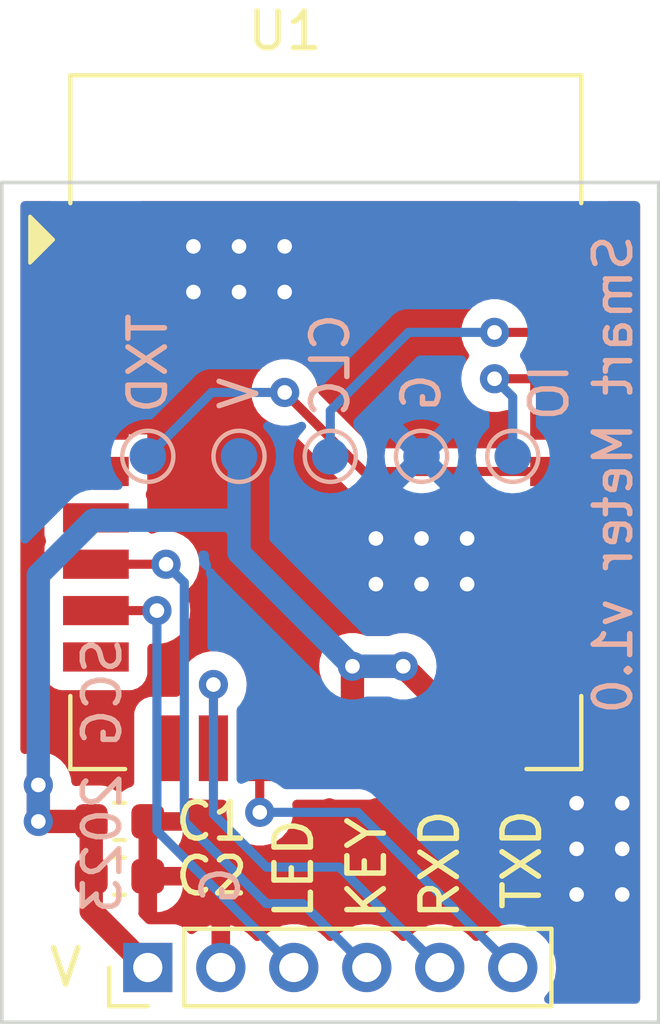
<source format=kicad_pcb>
(kicad_pcb (version 20211014) (generator pcbnew)
  (layers (0 "F.Cu" signal) (31 "B.Cu" signal) (34 "B.Paste" user) (35 "F.Paste" user) (36 "B.SilkS" user "B.Silkscreen") (37 "F.SilkS" user "F.Silkscreen") (38 "B.Mask" user) (39 "F.Mask" user) (44 "Edge.Cuts" user))
  (net 0 "")
  (net 1 "+3.3V")
  (net 2 "GNDD")
  (net 3 "SWDIO")
  (net 4 "SWDCLC")
  (net 5 "TXD")
  (net 23 "LED")
  (net 24 "KEY")
  (net 25 "RXD")
  (net 26 "DBG_TXD")
  (footprint "Capacitor_SMD:C_0603_1608Metric" (layer "F.Cu") (at 148.225 99.5)
    (fp_text reference "C1" (at 2.525 0) (layer "F.SilkS"))
    (fp_text value "0.1")
    (fp_line (start -0.14058 -0.51) (end 0.14058 -0.51) (layer "F.SilkS") (width 0.12))
    (fp_line (start -0.14058 0.51) (end 0.14058 0.51) (layer "F.SilkS") (width 0.12))
    (pad "1" smd roundrect (at -0.775 0) (size 0.9 0.95) (layers "F.Cu" "F.Paste" "F.Mask") (net 1 "+3.3V"))
    (pad "2" smd roundrect (at 0.775 0) (size 0.9 0.95) (layers "F.Cu" "F.Paste" "F.Mask") (net 2 "GNDD"))
  )
  (footprint "Capacitor_SMD:C_0603_1608Metric" (layer "F.Cu") (at 148.225 101)
    (fp_text reference "C2" (at 2.525 0) (layer "F.SilkS"))
    (fp_text value "10")
    (fp_line (start -0.14058 0.51) (end 0.14058 0.51) (layer "F.SilkS") (width 0.12))
    (fp_line (start -0.14058 -0.51) (end 0.14058 -0.51) (layer "F.SilkS") (width 0.12))
    (pad "1" smd roundrect (at -0.775 0) (size 0.9 0.95) (layers "F.Cu" "F.Paste" "F.Mask") (net 1 "+3.3V"))
    (pad "2" smd roundrect (at 0.775 0) (size 0.9 0.95) (layers "F.Cu" "F.Paste" "F.Mask") (net 2 "GNDD"))
  )
  (footprint "nrf5:E73-2G4M08S1C_light" (layer "F.Cu") (at 147.577499 83.565001)
    (fp_text reference "U1" (at 5.180001 -5.715 180) (layer "F.SilkS"))
    (fp_text value "E73-2G4M08S1C_light")
    (fp_line (start -0.699999 14.5) (end -0.699999 12.5) (layer "F.SilkS") (width 0.12))
    (fp_line (start 0.800001 14.5) (end -0.699999 14.5) (layer "F.SilkS") (width 0.12))
    (fp_line (start 13.300001 -1) (end 13.300001 -4.5) (layer "F.SilkS") (width 0.12))
    (fp_line (start 13.300001 14.5) (end 11.800001 14.5) (layer "F.SilkS") (width 0.12))
    (fp_line (start 13.300001 12.5) (end 13.300001 14.5) (layer "F.SilkS") (width 0.12))
    (fp_line (start -0.699999 -4.5) (end -0.699999 -1) (layer "F.SilkS") (width 0.12))
    (fp_line (start 13.300001 -4.5) (end -0.699999 -4.5) (layer "F.SilkS") (width 0.12))
    (fp_poly (pts (xy -1.169999 0) (xy -1.804999 0.635) (xy -1.804999 -0.635)) (layer "F.SilkS") (width 0.1) (fill solid))
    (pad "1" smd rect locked (at 0 0 180) (size 1.8 0.8) (layers "F.Cu" "F.Paste" "F.Mask"))
    (pad "2" smd rect locked (at 0 1.27 180) (size 1.8 0.8) (layers "F.Cu" "F.Paste" "F.Mask"))
    (pad "3" smd rect locked (at 0 2.54 180) (size 1.8 0.8) (layers "F.Cu" "F.Paste" "F.Mask"))
    (pad "4" smd rect locked (at 0 3.81 180) (size 1.8 0.8) (layers "F.Cu" "F.Paste" "F.Mask"))
    (pad "5" smd rect locked (at 0 5.08 180) (size 1.8 0.8) (layers "F.Cu" "F.Paste" "F.Mask") (net 2 "GNDD"))
    (pad "6" smd rect locked (at 0 6.35 180) (size 1.8 0.8) (layers "F.Cu" "F.Paste" "F.Mask"))
    (pad "7" smd rect locked (at 0 7.62 180) (size 1.8 0.8) (layers "F.Cu" "F.Paste" "F.Mask"))
    (pad "8" smd rect locked (at 0 8.89 180) (size 1.8 0.8) (layers "F.Cu" "F.Paste" "F.Mask") (net 24 "KEY"))
    (pad "9" smd rect locked (at 0 10.16 180) (size 1.8 0.8) (layers "F.Cu" "F.Paste" "F.Mask") (net 23 "LED"))
    (pad "10" smd rect locked (at 0 11.43 180) (size 1.8 0.8) (layers "F.Cu" "F.Paste" "F.Mask"))
    (pad "11" smd rect locked (at 1.96 13.929999 180) (size 0.8 1.8) (layers "F.Cu" "F.Paste" "F.Mask"))
    (pad "13" smd rect locked (at 3.220001 13.929999 180) (size 0.8 1.8) (layers "F.Cu" "F.Paste" "F.Mask") (net 25 "RXD"))
    (pad "15" smd rect locked (at 4.490001 13.929999 180) (size 0.8 1.8) (layers "F.Cu" "F.Paste" "F.Mask") (net 5 "TXD"))
    (pad "17" smd rect locked (at 5.760001 13.929999 180) (size 0.8 1.8) (layers "F.Cu" "F.Paste" "F.Mask"))
    (pad "19" smd rect locked (at 7.030001 13.929999 180) (size 0.8 1.8) (layers "F.Cu" "F.Paste" "F.Mask") (net 1 "+3.3V"))
    (pad "21" smd rect locked (at 8.300001 13.929999 180) (size 0.8 1.8) (layers "F.Cu" "F.Paste" "F.Mask") (net 2 "GNDD"))
    (pad "23" smd rect locked (at 9.57 13.929999 180) (size 0.8 1.8) (layers "F.Cu" "F.Paste" "F.Mask") (net 1 "+3.3V"))
    (pad "25" smd rect locked (at 10.84 13.929999 180) (size 0.8 1.8) (layers "F.Cu" "F.Paste" "F.Mask"))
    (pad "26" smd rect locked (at 12.800001 11.43 180) (size 1.8 0.8) (layers "F.Cu" "F.Paste" "F.Mask"))
    (pad "27" smd rect locked (at 12.800001 10.16 180) (size 1.8 0.8) (layers "F.Cu" "F.Paste" "F.Mask"))
    (pad "29" smd rect locked (at 12.800001 8.89 180) (size 1.8 0.8) (layers "F.Cu" "F.Paste" "F.Mask"))
    (pad "31" smd rect locked (at 12.800001 7.62 180) (size 1.8 0.8) (layers "F.Cu" "F.Paste" "F.Mask"))
    (pad "33" smd rect locked (at 12.800001 6.35 180) (size 1.8 0.8) (layers "F.Cu" "F.Paste" "F.Mask") (net 26 "DBG_TXD"))
    (pad "35" smd rect locked (at 12.800001 5.08 180) (size 1.8 0.8) (layers "F.Cu" "F.Paste" "F.Mask"))
    (pad "37" smd rect locked (at 12.800001 3.81 180) (size 1.8 0.8) (layers "F.Cu" "F.Paste" "F.Mask") (net 3 "SWDIO"))
    (pad "39" smd rect locked (at 12.800001 2.54 180) (size 1.8 0.8) (layers "F.Cu" "F.Paste" "F.Mask") (net 4 "SWDCLC"))
    (pad "41" smd rect locked (at 12.800001 1.27 180) (size 1.8 0.8) (layers "F.Cu" "F.Paste" "F.Mask"))
    (pad "43" smd rect locked (at 12.800001 0 180) (size 1.8 0.8) (layers "F.Cu" "F.Paste" "F.Mask"))
  )
  (footprint "Connector_PinHeader_2.00mm:PinHeader_1x06_P2.00mm_Vertical" (layer "F.Cu") (at 149 103.5 90)
    (fp_text reference "J1" hide)
    (fp_text value "Conn_01x06")
    (fp_line (start 1.06 1) (end 1.06 11.06) (layer "F.SilkS") (width 0.12))
    (fp_line (start -1.06 1) (end 1.06 1) (layer "F.SilkS") (width 0.12))
    (fp_line (start -1.06 11.06) (end 1.06 11.06) (layer "F.SilkS") (width 0.12))
    (fp_line (start -1.06 -1.06) (end 0 -1.06) (layer "F.SilkS") (width 0.12))
    (fp_line (start -1.06 0) (end -1.06 -1.06) (layer "F.SilkS") (width 0.12))
    (fp_line (start -1.06 1) (end -1.06 11.06) (layer "F.SilkS") (width 0.12))
    (pad "1" thru_hole rect locked (at 0 0 90) (size 1.35 1.35) (drill 0.8) (layers *.Cu *.Mask) (net 1 "+3.3V"))
    (pad "2" thru_hole oval locked (at 0 2 90) (size 1.35 1.35) (drill 0.8) (layers *.Cu *.Mask) (net 2 "GNDD"))
    (pad "3" thru_hole oval locked (at 0 4 90) (size 1.35 1.35) (drill 0.8) (layers *.Cu *.Mask) (net 23 "LED"))
    (pad "4" thru_hole oval locked (at 0 6 90) (size 1.35 1.35) (drill 0.8) (layers *.Cu *.Mask) (net 24 "KEY"))
    (pad "5" thru_hole oval locked (at 0 8 90) (size 1.35 1.35) (drill 0.8) (layers *.Cu *.Mask) (net 25 "RXD"))
    (pad "6" thru_hole oval locked (at 0 10 90) (size 1.35 1.35) (drill 0.8) (layers *.Cu *.Mask) (net 5 "TXD"))
  )
  (footprint "TestPoint:TestPoint_Pad_D1.0mm" (layer "B.Cu") (at 151.5 89.5 180)
    (fp_text reference "TP4" hide)
    (fp_text value "VCC")
    (fp_circle (center 0 0) (end 0 -0.7) (layer "B.SilkS") (width 0.12) (fill none))
    (pad "1" smd circle (at 0 0 180) (size 1 1) (layers "B.Cu" "B.Mask") (net 1 "+3.3V"))
  )
  (footprint "TestPoint:TestPoint_Pad_D1.0mm" (layer "B.Cu") (at 156.5 89.5 180)
    (fp_text reference "TP2" hide)
    (fp_text value "GND")
    (fp_circle (center 0 0) (end 0 -0.7) (layer "B.SilkS") (width 0.12) (fill none))
    (pad "1" smd circle (at 0 0 180) (size 1 1) (layers "B.Cu" "B.Mask") (net 2 "GNDD"))
  )
  (footprint "TestPoint:TestPoint_Pad_D1.0mm" (layer "B.Cu") (at 149 89.5 180)
    (fp_text reference "TP5" hide)
    (fp_text value "TXD")
    (fp_circle (center 0 0) (end 0 -0.7) (layer "B.SilkS") (width 0.12) (fill none))
    (pad "1" smd circle (at 0 0 180) (size 1 1) (layers "B.Cu" "B.Mask") (net 26 "DBG_TXD"))
  )
  (footprint "TestPoint:TestPoint_Pad_D1.0mm" (layer "B.Cu") (at 159 89.5 180)
    (fp_text reference "TP1" hide)
    (fp_text value "SWDIO")
    (fp_circle (center 0 0) (end 0 -0.7) (layer "B.SilkS") (width 0.12) (fill none))
    (pad "1" smd circle (at 0 0 180) (size 1 1) (layers "B.Cu" "B.Mask") (net 3 "SWDIO"))
  )
  (footprint "TestPoint:TestPoint_Pad_D1.0mm" (layer "B.Cu") (at 154 89.5 180)
    (fp_text reference "TP3" hide)
    (fp_text value "SWDCLC")
    (fp_circle (center 0 0) (end 0 -0.7) (layer "B.SilkS") (width 0.12) (fill none))
    (pad "1" smd circle (at 0 0 180) (size 1 1) (layers "B.Cu" "B.Mask") (net 4 "SWDCLC"))
  )
  (gr_line (start 145 105) (end 145 82) (layer "Edge.Cuts") (width 0.1))
  (gr_line (start 145 82) (end 163 82) (layer "Edge.Cuts") (width 0.1))
  (gr_line (start 163 105) (end 145 105) (layer "Edge.Cuts") (width 0.1))
  (gr_line (start 163 82) (end 163 105) (layer "Edge.Cuts") (width 0.1))
  (gr_text "G" (at 156.5 87.75 90) (layer "B.SilkS") (effects (font (size 1 1)) (justify mirror)))
  (gr_text "IO" (at 160 87.75 90) (layer "B.SilkS") (effects (font (size 1 1)) (justify mirror)))
  (gr_text "CLC" (at 154 85.5 90) (layer "B.SilkS") (effects (font (size 1 1)) (justify left mirror)))
  (gr_text "SCG 2023" (at 147.75 98.25 90) (layer "B.SilkS") (effects (font (size 1 1)) (justify mirror)))
  (gr_text "G" (at 151 101.25 90) (layer "B.SilkS") (effects (font (size 1 1)) (justify mirror)))
  (gr_text "V" (at 151.5 87.25 90) (layer "B.SilkS") (effects (font (size 1 1)) (justify left mirror)))
  (gr_text "Smart Meter v1.0" (at 161.75 90 90) (layer "B.SilkS") (effects (font (size 1 1)) (justify mirror)))
  (gr_text "TXD" (at 149 85.5 90) (layer "B.SilkS") (effects (font (size 1 1)) (justify left mirror)))
  (gr_text "KEY" (at 155 102.25 90) (layer "F.SilkS") (effects (font (size 1 1)) (justify left)))
  (gr_text "RXD" (at 157 102.25 90) (layer "F.SilkS") (effects (font (size 1 1)) (justify left)))
  (gr_text "LED" (at 153 102.25 90) (layer "F.SilkS") (effects (font (size 1 1)) (justify left)))
  (gr_text "V" (at 146.75 103.5) (layer "F.SilkS") (effects (font (size 1 1))))
  (gr_text "TXD" (at 159.25 102 90) (layer "F.SilkS") (effects (font (size 1 1)) (justify left)))
  (segment (start 157.147499 96.397499) (end 157.147499 97.495) (width 0.64) (layer "F.Cu") (net 1))
  (segment (start 147.45 101.95) (end 147.45 101) (width 0.64) (layer "F.Cu") (net 1))
  (segment (start 154.6075 95.25) (end 156 95.25) (width 0.64) (layer "F.Cu") (net 1))
  (segment (start 154.6075 95.25) (end 154.6075 97.495) (width 0.64) (layer "F.Cu") (net 1))
  (segment (start 156 95.25) (end 157.147499 96.397499) (width 0.64) (layer "F.Cu") (net 1))
  (segment (start 149 103.5) (end 147.45 101.95) (width 0.64) (layer "F.Cu") (net 1))
  (segment (start 147.45 99.5) (end 146 99.5) (width 0.64) (layer "F.Cu") (net 1))
  (segment (start 147.45 101) (end 147.45 99.5) (width 0.64) (layer "F.Cu") (net 1))
  (segment (start 146 98.5) (end 146 99.5) (width 0.64) (layer "F.Cu") (net 1))
  (via (at 146 98.5) (size 0.8) (drill 0.4) (layers "F.Cu" "B.Cu") (net 1))
  (via (at 146 99.5) (size 0.8) (drill 0.4) (layers "F.Cu" "B.Cu") (net 1))
  (via (at 156 95.25) (size 0.8) (drill 0.4) (layers "F.Cu" "B.Cu") (net 1))
  (via (at 154.6075 95.25) (size 0.8) (drill 0.4) (layers "F.Cu" "B.Cu") (net 1))
  (segment (start 146 98.5) (end 146 92.75) (width 0.64) (layer "B.Cu") (net 1))
  (segment (start 146 92.75) (end 147.5 91.25) (width 0.64) (layer "B.Cu") (net 1))
  (segment (start 154.6075 95.25) (end 156 95.25) (width 0.64) (layer "B.Cu") (net 1))
  (segment (start 147.5 91.25) (end 151.25 91.25) (width 0.64) (layer "B.Cu") (net 1))
  (segment (start 146 99.5) (end 146 98.5) (width 0.64) (layer "B.Cu") (net 1))
  (segment (start 151.5 92.1425) (end 154.6075 95.25) (width 0.64) (layer "B.Cu") (net 1))
  (segment (start 151.25 91.25) (end 151.5 91.5) (width 0.64) (layer "B.Cu") (net 1))
  (segment (start 151.5 89.5) (end 151.5 91.5) (width 0.64) (layer "B.Cu") (net 1))
  (segment (start 151.5 91.5) (end 151.5 92.1425) (width 0.64) (layer "B.Cu") (net 1))
  (via (at 157.75 93) (size 0.8) (drill 0.4) (layers "F.Cu" "B.Cu") (net 2))
  (via (at 150.25 85) (size 0.8) (drill 0.4) (layers "F.Cu" "B.Cu") (net 2))
  (via (at 157.75 91.75) (size 0.8) (drill 0.4) (layers "F.Cu" "B.Cu") (net 2))
  (via (at 156.5 93) (size 0.8) (drill 0.4) (layers "F.Cu" "B.Cu") (net 2))
  (via (at 162 100.25) (size 0.8) (drill 0.4) (layers "F.Cu" "B.Cu") (net 2))
  (via (at 155.25 93) (size 0.8) (drill 0.4) (layers "F.Cu" "B.Cu") (net 2))
  (via (at 156.5 91.75) (size 0.8) (drill 0.4) (layers "F.Cu" "B.Cu") (net 2))
  (via (at 155.25 91.75) (size 0.8) (drill 0.4) (layers "F.Cu" "B.Cu") (net 2))
  (via (at 152.75 85) (size 0.8) (drill 0.4) (layers "F.Cu" "B.Cu") (net 2))
  (via (at 160.75 99) (size 0.8) (drill 0.4) (layers "F.Cu" "B.Cu") (net 2))
  (via (at 151.5 85) (size 0.8) (drill 0.4) (layers "F.Cu" "B.Cu") (net 2))
  (via (at 160.75 100.25) (size 0.8) (drill 0.4) (layers "F.Cu" "B.Cu") (net 2))
  (via (at 162 99) (size 0.8) (drill 0.4) (layers "F.Cu" "B.Cu") (net 2))
  (via (at 152.75 83.75) (size 0.8) (drill 0.4) (layers "F.Cu" "B.Cu") (net 2))
  (via (at 160.75 101.5) (size 0.8) (drill 0.4) (layers "F.Cu" "B.Cu") (net 2))
  (via (at 162 101.5) (size 0.8) (drill 0.4) (layers "F.Cu" "B.Cu") (net 2))
  (via (at 151.5 83.75) (size 0.8) (drill 0.4) (layers "F.Cu" "B.Cu") (net 2))
  (via (at 150.25 83.75) (size 0.8) (drill 0.4) (layers "F.Cu" "B.Cu") (net 2))
  (segment (start 158.5 87.375001) (end 160.3775 87.375001) (width 0.25) (layer "F.Cu") (net 3))
  (via (at 158.5 87.375001) (size 0.8) (drill 0.4) (layers "F.Cu" "B.Cu") (net 3))
  (segment (start 159 87.875001) (end 158.5 87.375001) (width 0.25) (layer "B.Cu") (net 3))
  (segment (start 159 89.5) (end 159 87.875001) (width 0.25) (layer "B.Cu") (net 3))
  (segment (start 158.5 86.105001) (end 160.3775 86.105001) (width 0.25) (layer "F.Cu") (net 4))
  (via (at 158.5 86.105001) (size 0.8) (drill 0.4) (layers "F.Cu" "B.Cu") (net 4))
  (segment (start 156.144999 86.105001) (end 158.5 86.105001) (width 0.25) (layer "B.Cu") (net 4))
  (segment (start 154 89.5) (end 154 88.25) (width 0.25) (layer "B.Cu") (net 4))
  (segment (start 154 88.25) (end 156.144999 86.105001) (width 0.25) (layer "B.Cu") (net 4))
  (segment (start 152.0675 97.495) (end 152.0675 99.25) (width 0.25) (layer "F.Cu") (net 5))
  (via (at 152.0675 99.25) (size 0.8) (drill 0.4) (layers "F.Cu" "B.Cu") (net 5))
  (segment (start 152.0675 99.25) (end 154.75 99.25) (width 0.25) (layer "B.Cu") (net 5))
  (segment (start 154.75 99.25) (end 159 103.5) (width 0.25) (layer "B.Cu") (net 5))
  (segment (start 147.577499 93.725001) (end 149.5 93.725001) (width 0.25) (layer "F.Cu") (net 23))
  (segment (start 149.475001 93.725001) (end 149.5 93.75) (width 0.25) (layer "F.Cu") (net 23))
  (via (at 149.25 93.725001) (size 0.8) (drill 0.4) (layers "F.Cu" "B.Cu") (net 23))
  (segment (start 149.25 93.725001) (end 149.25 99.75) (width 0.25) (layer "B.Cu") (net 23))
  (segment (start 149.25 99.75) (end 153 103.5) (width 0.25) (layer "B.Cu") (net 23))
  (segment (start 147.577499 92.455001) (end 149.5 92.455001) (width 0.25) (layer "F.Cu") (net 24))
  (via (at 149.5 92.455001) (size 0.8) (drill 0.4) (layers "F.Cu" "B.Cu") (net 24))
  (segment (start 153.25 101.75) (end 155 103.5) (width 0.25) (layer "B.Cu") (net 24))
  (segment (start 150 99.5) (end 152.25 101.75) (width 0.25) (layer "B.Cu") (net 24))
  (segment (start 149.5 92.455001) (end 150 92.955001) (width 0.25) (layer "B.Cu") (net 24))
  (segment (start 150 92.955001) (end 150 99.5) (width 0.25) (layer "B.Cu") (net 24))
  (segment (start 152.25 101.75) (end 153.25 101.75) (width 0.25) (layer "B.Cu") (net 24))
  (segment (start 150.7975 95.75) (end 150.7975 97.495) (width 0.25) (layer "F.Cu") (net 25))
  (via (at 150.7975 95.75) (size 0.8) (drill 0.4) (layers "F.Cu" "B.Cu") (net 25))
  (segment (start 154.25 100.75) (end 157 103.5) (width 0.25) (layer "B.Cu") (net 25))
  (segment (start 150.7975 95.75) (end 150.7975 99.2975) (width 0.25) (layer "B.Cu") (net 25))
  (segment (start 150.7975 99.2975) (end 152.25 100.75) (width 0.25) (layer "B.Cu") (net 25))
  (segment (start 152.25 100.75) (end 154.25 100.75) (width 0.25) (layer "B.Cu") (net 25))
  (segment (start 152.75 87.75) (end 154.915001 89.915001) (width 0.25) (layer "F.Cu") (net 26))
  (segment (start 154.915001 89.915001) (end 160.3775 89.915001) (width 0.25) (layer "F.Cu") (net 26))
  (via (at 152.75 87.75) (size 0.8) (drill 0.4) (layers "F.Cu" "B.Cu") (net 26))
  (segment (start 150.75 87.75) (end 149 89.5) (width 0.25) (layer "B.Cu") (net 26))
  (segment (start 152.75 87.75) (end 150.75 87.75) (width 0.25) (layer "B.Cu") (net 26))
  (zone (net 2) (net_name "GNDD") (layer "F.Cu") (connect_pads (clearance 0.508)) (min_thickness 0.254) (fill yes (thermal_gap 0.508) (thermal_bridge_width 0.508))
    (polygon (pts (xy 162.75 104.75) (xy 145.25 104.75) (xy 145.25 82.25) (xy 162.75 82.25)))
  )
  (zone (net 2) (net_name "GNDD") (layer "B.Cu") (connect_pads (clearance 0.508)) (min_thickness 0.254) (fill yes (thermal_gap 0.508) (thermal_bridge_width 0.508))
    (polygon (pts (xy 162.75 104.75) (xy 145.25 104.75) (xy 145.25 82.25) (xy 162.75 82.25)))
  )
)
</source>
